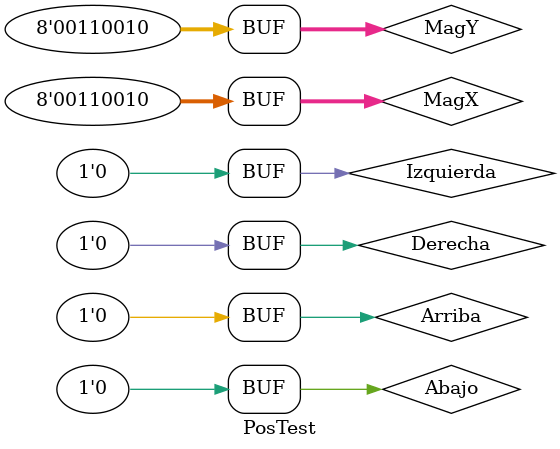
<source format=v>
`timescale 1ns / 1ps


module PosTest;

	// Inputs
	reg [7:0] MagX;
	reg [7:0] MagY;
	reg Arriba;
	reg Abajo;
	reg Izquierda;
	reg Derecha;

	// Outputs
	wire [9:0] posMX;
	wire [9:0] posMY;

	// Instantiate the Unit Under Test (UUT)
	MousePos uut (
		.MagX(MagX), 
		.MagY(MagY), 
		.Arriba(Arriba), 
		.Abajo(Abajo), 
		.Izquierda(Izquierda), 
		.Derecha(Derecha), 
		.posMX(posMX), 
		.posMY(posMY)
	);

	initial begin
		// Initialize Inputs
		MagX = 50;
		MagY = 50;
		Arriba = 0;
		Abajo = 0;
		Izquierda = 0;
		Derecha = 0;

		// Wait 100 ns for global reset to finish
		#100;
        
		// Add stimulus here
		#30; Abajo = 1;
		#30; Abajo = 0;
		#30; Derecha = 1;
		#30; Derecha = 0;
		#30; Arriba = 1;
		#30; Arriba = 0;
		#30; Izquierda = 1;
		#30; Izquierda = 0;

	end
      
endmodule


</source>
